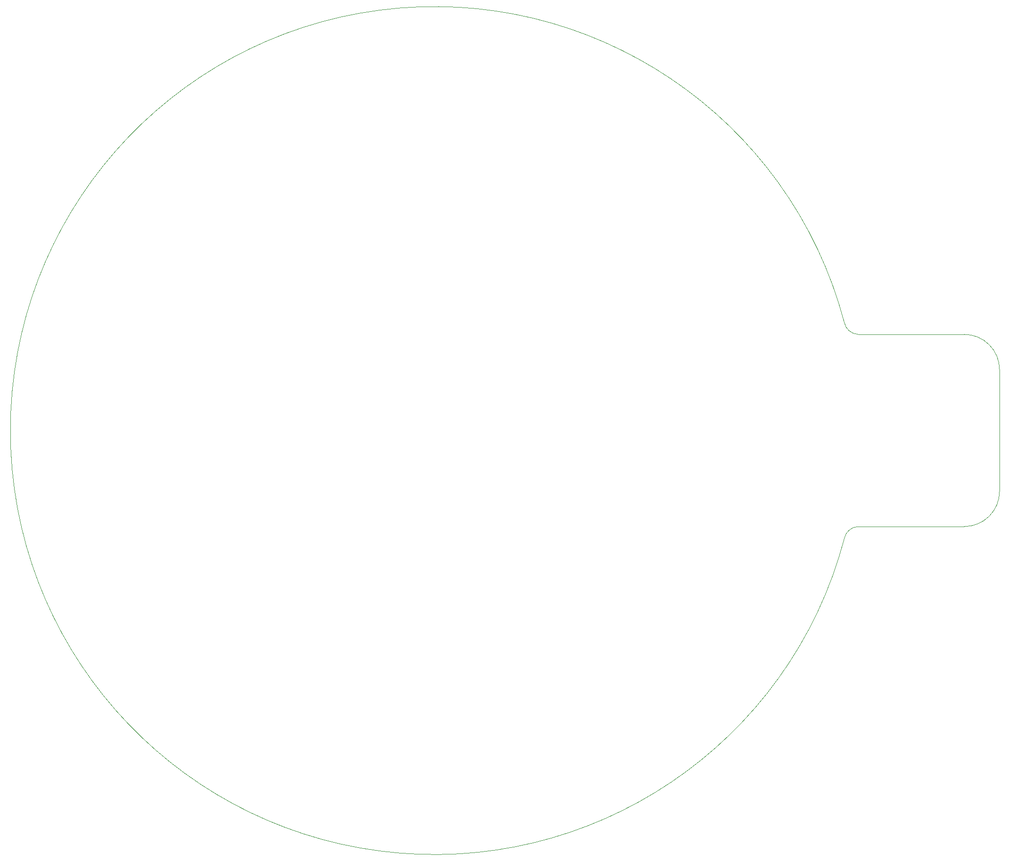
<source format=gko>
G04*
G04 #@! TF.GenerationSoftware,Altium Limited,Altium Designer,23.0.1 (38)*
G04*
G04 Layer_Color=16720538*
%FSLAX25Y25*%
%MOIN*%
G70*
G04*
G04 #@! TF.SameCoordinates,A82DE2A9-68C3-4950-AE13-74F95629AD28*
G04*
G04*
G04 #@! TF.FilePolarity,Positive*
G04*
G01*
G75*
%ADD99C,0.00100*%
D99*
X300000Y-68000D02*
G03*
X290101Y-76600I359J-10411D01*
G01*
X375000Y-68000D02*
G03*
X400000Y-43000I0J25000D01*
G01*
Y43000D02*
G03*
X375000Y68000I-25000J0D01*
G01*
X290100Y76600D02*
G03*
X299999Y68000I10258J1811D01*
G01*
X290069Y76592D02*
G03*
X290101Y-76600I-290069J-76656D01*
G01*
X300000Y-68000D02*
X375000Y-68000D01*
X400000Y-43000D02*
Y43000D01*
X299999Y68000D02*
X375000Y68000D01*
X290069Y76592D02*
X290100Y76600D01*
M02*

</source>
